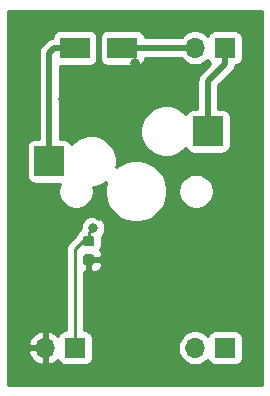
<source format=gbr>
G04 #@! TF.GenerationSoftware,KiCad,Pcbnew,5.1.5*
G04 #@! TF.CreationDate,2020-02-15T20:36:58-05:00*
G04 #@! TF.ProjectId,mx,6d782e6b-6963-4616-945f-706362585858,B*
G04 #@! TF.SameCoordinates,Original*
G04 #@! TF.FileFunction,Copper,L2,Bot*
G04 #@! TF.FilePolarity,Positive*
%FSLAX46Y46*%
G04 Gerber Fmt 4.6, Leading zero omitted, Abs format (unit mm)*
G04 Created by KiCad (PCBNEW 5.1.5) date 2020-02-15 20:36:58*
%MOMM*%
%LPD*%
G04 APERTURE LIST*
%ADD10R,2.550000X2.500000*%
%ADD11R,1.700000X1.700000*%
%ADD12O,1.700000X1.700000*%
%ADD13C,0.100000*%
%ADD14R,2.500000X1.800000*%
%ADD15C,0.800000*%
%ADD16C,0.254000*%
%ADD17C,0.250000*%
%ADD18C,0.508000*%
G04 APERTURE END LIST*
D10*
X140785001Y-113740001D03*
X127335001Y-116280001D03*
D11*
X129540000Y-132080000D03*
D12*
X127000000Y-132080000D03*
X139700000Y-106680000D03*
D11*
X142240000Y-106680000D03*
X142240000Y-132080000D03*
D12*
X139700000Y-132080000D03*
G04 #@! TA.AperFunction,SMDPad,CuDef*
D13*
G36*
X130960691Y-124176053D02*
G01*
X130981926Y-124179203D01*
X131002750Y-124184419D01*
X131022962Y-124191651D01*
X131042368Y-124200830D01*
X131060781Y-124211866D01*
X131078024Y-124224654D01*
X131093930Y-124239070D01*
X131108346Y-124254976D01*
X131121134Y-124272219D01*
X131132170Y-124290632D01*
X131141349Y-124310038D01*
X131148581Y-124330250D01*
X131153797Y-124351074D01*
X131156947Y-124372309D01*
X131158000Y-124393750D01*
X131158000Y-124831250D01*
X131156947Y-124852691D01*
X131153797Y-124873926D01*
X131148581Y-124894750D01*
X131141349Y-124914962D01*
X131132170Y-124934368D01*
X131121134Y-124952781D01*
X131108346Y-124970024D01*
X131093930Y-124985930D01*
X131078024Y-125000346D01*
X131060781Y-125013134D01*
X131042368Y-125024170D01*
X131022962Y-125033349D01*
X131002750Y-125040581D01*
X130981926Y-125045797D01*
X130960691Y-125048947D01*
X130939250Y-125050000D01*
X130426750Y-125050000D01*
X130405309Y-125048947D01*
X130384074Y-125045797D01*
X130363250Y-125040581D01*
X130343038Y-125033349D01*
X130323632Y-125024170D01*
X130305219Y-125013134D01*
X130287976Y-125000346D01*
X130272070Y-124985930D01*
X130257654Y-124970024D01*
X130244866Y-124952781D01*
X130233830Y-124934368D01*
X130224651Y-124914962D01*
X130217419Y-124894750D01*
X130212203Y-124873926D01*
X130209053Y-124852691D01*
X130208000Y-124831250D01*
X130208000Y-124393750D01*
X130209053Y-124372309D01*
X130212203Y-124351074D01*
X130217419Y-124330250D01*
X130224651Y-124310038D01*
X130233830Y-124290632D01*
X130244866Y-124272219D01*
X130257654Y-124254976D01*
X130272070Y-124239070D01*
X130287976Y-124224654D01*
X130305219Y-124211866D01*
X130323632Y-124200830D01*
X130343038Y-124191651D01*
X130363250Y-124184419D01*
X130384074Y-124179203D01*
X130405309Y-124176053D01*
X130426750Y-124175000D01*
X130939250Y-124175000D01*
X130960691Y-124176053D01*
G37*
G04 #@! TD.AperFunction*
G04 #@! TA.AperFunction,SMDPad,CuDef*
G36*
X130960691Y-122601053D02*
G01*
X130981926Y-122604203D01*
X131002750Y-122609419D01*
X131022962Y-122616651D01*
X131042368Y-122625830D01*
X131060781Y-122636866D01*
X131078024Y-122649654D01*
X131093930Y-122664070D01*
X131108346Y-122679976D01*
X131121134Y-122697219D01*
X131132170Y-122715632D01*
X131141349Y-122735038D01*
X131148581Y-122755250D01*
X131153797Y-122776074D01*
X131156947Y-122797309D01*
X131158000Y-122818750D01*
X131158000Y-123256250D01*
X131156947Y-123277691D01*
X131153797Y-123298926D01*
X131148581Y-123319750D01*
X131141349Y-123339962D01*
X131132170Y-123359368D01*
X131121134Y-123377781D01*
X131108346Y-123395024D01*
X131093930Y-123410930D01*
X131078024Y-123425346D01*
X131060781Y-123438134D01*
X131042368Y-123449170D01*
X131022962Y-123458349D01*
X131002750Y-123465581D01*
X130981926Y-123470797D01*
X130960691Y-123473947D01*
X130939250Y-123475000D01*
X130426750Y-123475000D01*
X130405309Y-123473947D01*
X130384074Y-123470797D01*
X130363250Y-123465581D01*
X130343038Y-123458349D01*
X130323632Y-123449170D01*
X130305219Y-123438134D01*
X130287976Y-123425346D01*
X130272070Y-123410930D01*
X130257654Y-123395024D01*
X130244866Y-123377781D01*
X130233830Y-123359368D01*
X130224651Y-123339962D01*
X130217419Y-123319750D01*
X130212203Y-123298926D01*
X130209053Y-123277691D01*
X130208000Y-123256250D01*
X130208000Y-122818750D01*
X130209053Y-122797309D01*
X130212203Y-122776074D01*
X130217419Y-122755250D01*
X130224651Y-122735038D01*
X130233830Y-122715632D01*
X130244866Y-122697219D01*
X130257654Y-122679976D01*
X130272070Y-122664070D01*
X130287976Y-122649654D01*
X130305219Y-122636866D01*
X130323632Y-122625830D01*
X130343038Y-122616651D01*
X130363250Y-122609419D01*
X130384074Y-122604203D01*
X130405309Y-122601053D01*
X130426750Y-122600000D01*
X130939250Y-122600000D01*
X130960691Y-122601053D01*
G37*
G04 #@! TD.AperFunction*
D14*
X133540000Y-106680000D03*
X129540000Y-106680000D03*
D15*
X128016000Y-125095000D03*
X131064000Y-129540000D03*
X128270000Y-129286000D03*
X133604000Y-128270000D03*
X135890000Y-130556000D03*
X134620000Y-132842000D03*
X139954000Y-122428000D03*
X141224000Y-127000000D03*
X143510000Y-126238000D03*
X141224000Y-129286000D03*
X143764000Y-129286000D03*
X138176000Y-128524000D03*
X128778000Y-113538000D03*
X125730000Y-113538000D03*
X125730000Y-110744000D03*
X128524000Y-110998000D03*
X134620000Y-107950000D03*
X138430000Y-107950000D03*
X137668000Y-110998000D03*
X132588000Y-110998000D03*
X138176000Y-104648000D03*
X144780000Y-104648000D03*
X144780000Y-109220000D03*
X144780000Y-114300000D03*
X144780000Y-119380000D03*
X144780000Y-134620000D03*
X139700000Y-134620000D03*
X132080000Y-134620000D03*
X124460000Y-134620000D03*
X124460000Y-127000000D03*
X124460000Y-119380000D03*
X137795000Y-116840000D03*
X133985000Y-114935000D03*
X142875000Y-122555000D03*
X138239500Y-124777500D03*
X130683000Y-125984000D03*
X142748000Y-109220000D03*
X125476000Y-104648000D03*
X134620000Y-104648000D03*
X131572000Y-120904000D03*
X134620000Y-123952000D03*
X136652000Y-127000000D03*
X131064000Y-121920000D03*
D16*
X130683000Y-124612500D02*
X130683000Y-125984000D01*
D17*
X129540000Y-130980000D02*
X129540000Y-132080000D01*
D16*
X129540000Y-123705500D02*
X129540000Y-130980000D01*
X130208000Y-123037500D02*
X129540000Y-123705500D01*
X130683000Y-123037500D02*
X130208000Y-123037500D01*
X130683000Y-123037500D02*
X130683000Y-122301000D01*
X130683000Y-122301000D02*
X131064000Y-121920000D01*
D18*
X133540000Y-106680000D02*
X139700000Y-106680000D01*
X127782000Y-106680000D02*
X129540000Y-106680000D01*
X127335001Y-107126999D02*
X127782000Y-106680000D01*
X127335001Y-116280001D02*
X127335001Y-107126999D01*
X140785001Y-111982001D02*
X140785001Y-113740001D01*
X140785001Y-109492999D02*
X140785001Y-111982001D01*
X142240000Y-108038000D02*
X140785001Y-109492999D01*
X142240000Y-106680000D02*
X142240000Y-108038000D01*
D16*
G36*
X145390001Y-135230000D02*
G01*
X123850000Y-135230000D01*
X123850000Y-132436891D01*
X125558519Y-132436891D01*
X125655843Y-132711252D01*
X125804822Y-132961355D01*
X125999731Y-133177588D01*
X126233080Y-133351641D01*
X126495901Y-133476825D01*
X126643110Y-133521476D01*
X126873000Y-133400155D01*
X126873000Y-132207000D01*
X125679186Y-132207000D01*
X125558519Y-132436891D01*
X123850000Y-132436891D01*
X123850000Y-131723109D01*
X125558519Y-131723109D01*
X125679186Y-131953000D01*
X126873000Y-131953000D01*
X126873000Y-130759845D01*
X127127000Y-130759845D01*
X127127000Y-131953000D01*
X127147000Y-131953000D01*
X127147000Y-132207000D01*
X127127000Y-132207000D01*
X127127000Y-133400155D01*
X127356890Y-133521476D01*
X127504099Y-133476825D01*
X127766920Y-133351641D01*
X128000269Y-133177588D01*
X128076034Y-133093534D01*
X128100498Y-133174180D01*
X128159463Y-133284494D01*
X128238815Y-133381185D01*
X128335506Y-133460537D01*
X128445820Y-133519502D01*
X128565518Y-133555812D01*
X128690000Y-133568072D01*
X130390000Y-133568072D01*
X130514482Y-133555812D01*
X130634180Y-133519502D01*
X130744494Y-133460537D01*
X130841185Y-133381185D01*
X130920537Y-133284494D01*
X130979502Y-133174180D01*
X131015812Y-133054482D01*
X131028072Y-132930000D01*
X131028072Y-131933740D01*
X138215000Y-131933740D01*
X138215000Y-132226260D01*
X138272068Y-132513158D01*
X138384010Y-132783411D01*
X138546525Y-133026632D01*
X138753368Y-133233475D01*
X138996589Y-133395990D01*
X139266842Y-133507932D01*
X139553740Y-133565000D01*
X139846260Y-133565000D01*
X140133158Y-133507932D01*
X140403411Y-133395990D01*
X140646632Y-133233475D01*
X140778487Y-133101620D01*
X140800498Y-133174180D01*
X140859463Y-133284494D01*
X140938815Y-133381185D01*
X141035506Y-133460537D01*
X141145820Y-133519502D01*
X141265518Y-133555812D01*
X141390000Y-133568072D01*
X143090000Y-133568072D01*
X143214482Y-133555812D01*
X143334180Y-133519502D01*
X143444494Y-133460537D01*
X143541185Y-133381185D01*
X143620537Y-133284494D01*
X143679502Y-133174180D01*
X143715812Y-133054482D01*
X143728072Y-132930000D01*
X143728072Y-131230000D01*
X143715812Y-131105518D01*
X143679502Y-130985820D01*
X143620537Y-130875506D01*
X143541185Y-130778815D01*
X143444494Y-130699463D01*
X143334180Y-130640498D01*
X143214482Y-130604188D01*
X143090000Y-130591928D01*
X141390000Y-130591928D01*
X141265518Y-130604188D01*
X141145820Y-130640498D01*
X141035506Y-130699463D01*
X140938815Y-130778815D01*
X140859463Y-130875506D01*
X140800498Y-130985820D01*
X140778487Y-131058380D01*
X140646632Y-130926525D01*
X140403411Y-130764010D01*
X140133158Y-130652068D01*
X139846260Y-130595000D01*
X139553740Y-130595000D01*
X139266842Y-130652068D01*
X138996589Y-130764010D01*
X138753368Y-130926525D01*
X138546525Y-131133368D01*
X138384010Y-131376589D01*
X138272068Y-131646842D01*
X138215000Y-131933740D01*
X131028072Y-131933740D01*
X131028072Y-131230000D01*
X131015812Y-131105518D01*
X130979502Y-130985820D01*
X130920537Y-130875506D01*
X130841185Y-130778815D01*
X130744494Y-130699463D01*
X130634180Y-130640498D01*
X130514482Y-130604188D01*
X130390000Y-130591928D01*
X130302000Y-130591928D01*
X130302000Y-125686546D01*
X130397250Y-125685000D01*
X130556000Y-125526250D01*
X130556000Y-124739500D01*
X130810000Y-124739500D01*
X130810000Y-125526250D01*
X130968750Y-125685000D01*
X131158000Y-125688072D01*
X131282482Y-125675812D01*
X131402180Y-125639502D01*
X131512494Y-125580537D01*
X131609185Y-125501185D01*
X131688537Y-125404494D01*
X131747502Y-125294180D01*
X131783812Y-125174482D01*
X131796072Y-125050000D01*
X131793000Y-124898250D01*
X131634250Y-124739500D01*
X130810000Y-124739500D01*
X130556000Y-124739500D01*
X130536000Y-124739500D01*
X130536000Y-124485500D01*
X130556000Y-124485500D01*
X130556000Y-124465500D01*
X130810000Y-124465500D01*
X130810000Y-124485500D01*
X131634250Y-124485500D01*
X131793000Y-124326750D01*
X131796072Y-124175000D01*
X131783812Y-124050518D01*
X131747502Y-123930820D01*
X131688537Y-123820506D01*
X131633900Y-123753930D01*
X131651671Y-123732275D01*
X131730850Y-123584142D01*
X131779608Y-123423408D01*
X131796072Y-123256250D01*
X131796072Y-122818750D01*
X131781088Y-122666623D01*
X131867937Y-122579774D01*
X131981205Y-122410256D01*
X132059226Y-122221898D01*
X132099000Y-122021939D01*
X132099000Y-121818061D01*
X132059226Y-121618102D01*
X131981205Y-121429744D01*
X131867937Y-121260226D01*
X131723774Y-121116063D01*
X131554256Y-121002795D01*
X131365898Y-120924774D01*
X131165939Y-120885000D01*
X130962061Y-120885000D01*
X130762102Y-120924774D01*
X130573744Y-121002795D01*
X130404226Y-121116063D01*
X130260063Y-121260226D01*
X130146795Y-121429744D01*
X130068774Y-121618102D01*
X130029000Y-121818061D01*
X130029000Y-121908077D01*
X130022627Y-121920001D01*
X129975599Y-122007985D01*
X129944122Y-122111748D01*
X129820885Y-122212885D01*
X129714329Y-122342725D01*
X129635150Y-122490858D01*
X129616922Y-122550948D01*
X129027654Y-123140216D01*
X128998578Y-123164078D01*
X128942983Y-123231822D01*
X128903355Y-123280108D01*
X128876413Y-123330514D01*
X128832598Y-123412486D01*
X128789026Y-123556123D01*
X128780326Y-123644463D01*
X128774314Y-123705500D01*
X128778000Y-123742923D01*
X128778001Y-130591928D01*
X128690000Y-130591928D01*
X128565518Y-130604188D01*
X128445820Y-130640498D01*
X128335506Y-130699463D01*
X128238815Y-130778815D01*
X128159463Y-130875506D01*
X128100498Y-130985820D01*
X128076034Y-131066466D01*
X128000269Y-130982412D01*
X127766920Y-130808359D01*
X127504099Y-130683175D01*
X127356890Y-130638524D01*
X127127000Y-130759845D01*
X126873000Y-130759845D01*
X126643110Y-130638524D01*
X126495901Y-130683175D01*
X126233080Y-130808359D01*
X125999731Y-130982412D01*
X125804822Y-131198645D01*
X125655843Y-131448748D01*
X125558519Y-131723109D01*
X123850000Y-131723109D01*
X123850000Y-115030001D01*
X125421929Y-115030001D01*
X125421929Y-117530001D01*
X125434189Y-117654483D01*
X125470499Y-117774181D01*
X125529464Y-117884495D01*
X125608816Y-117981186D01*
X125705507Y-118060538D01*
X125815821Y-118119503D01*
X125935519Y-118155813D01*
X126060001Y-118168073D01*
X128277686Y-118168073D01*
X128187069Y-118386843D01*
X128130001Y-118673741D01*
X128130001Y-118966261D01*
X128187069Y-119253159D01*
X128299011Y-119523412D01*
X128461526Y-119766633D01*
X128668369Y-119973476D01*
X128911590Y-120135991D01*
X129181843Y-120247933D01*
X129468741Y-120305001D01*
X129761261Y-120305001D01*
X130048159Y-120247933D01*
X130318412Y-120135991D01*
X130561633Y-119973476D01*
X130768476Y-119766633D01*
X130930991Y-119523412D01*
X131042933Y-119253159D01*
X131100001Y-118966261D01*
X131100001Y-118673741D01*
X131058480Y-118465001D01*
X131100205Y-118465001D01*
X131522342Y-118381032D01*
X131919986Y-118216323D01*
X132160412Y-118055676D01*
X132060001Y-118560476D01*
X132060001Y-119079526D01*
X132161262Y-119588602D01*
X132359894Y-120068142D01*
X132648263Y-120499716D01*
X133015286Y-120866739D01*
X133446860Y-121155108D01*
X133926400Y-121353740D01*
X134435476Y-121455001D01*
X134954526Y-121455001D01*
X135463602Y-121353740D01*
X135943142Y-121155108D01*
X136374716Y-120866739D01*
X136741739Y-120499716D01*
X137030108Y-120068142D01*
X137228740Y-119588602D01*
X137330001Y-119079526D01*
X137330001Y-118673741D01*
X138290001Y-118673741D01*
X138290001Y-118966261D01*
X138347069Y-119253159D01*
X138459011Y-119523412D01*
X138621526Y-119766633D01*
X138828369Y-119973476D01*
X139071590Y-120135991D01*
X139341843Y-120247933D01*
X139628741Y-120305001D01*
X139921261Y-120305001D01*
X140208159Y-120247933D01*
X140478412Y-120135991D01*
X140721633Y-119973476D01*
X140928476Y-119766633D01*
X141090991Y-119523412D01*
X141202933Y-119253159D01*
X141260001Y-118966261D01*
X141260001Y-118673741D01*
X141202933Y-118386843D01*
X141090991Y-118116590D01*
X140928476Y-117873369D01*
X140721633Y-117666526D01*
X140478412Y-117504011D01*
X140208159Y-117392069D01*
X139921261Y-117335001D01*
X139628741Y-117335001D01*
X139341843Y-117392069D01*
X139071590Y-117504011D01*
X138828369Y-117666526D01*
X138621526Y-117873369D01*
X138459011Y-118116590D01*
X138347069Y-118386843D01*
X138290001Y-118673741D01*
X137330001Y-118673741D01*
X137330001Y-118560476D01*
X137228740Y-118051400D01*
X137030108Y-117571860D01*
X136741739Y-117140286D01*
X136374716Y-116773263D01*
X135943142Y-116484894D01*
X135463602Y-116286262D01*
X134954526Y-116185001D01*
X134435476Y-116185001D01*
X133926400Y-116286262D01*
X133446860Y-116484894D01*
X133015286Y-116773263D01*
X133014544Y-116774005D01*
X133070001Y-116495205D01*
X133070001Y-116064797D01*
X132986032Y-115642660D01*
X132821323Y-115245016D01*
X132582201Y-114887145D01*
X132277857Y-114582801D01*
X131919986Y-114343679D01*
X131522342Y-114178970D01*
X131100205Y-114095001D01*
X130669797Y-114095001D01*
X130247660Y-114178970D01*
X129850016Y-114343679D01*
X129492145Y-114582801D01*
X129220362Y-114854584D01*
X129199503Y-114785821D01*
X129140538Y-114675507D01*
X129061186Y-114578816D01*
X128964495Y-114499464D01*
X128854181Y-114440499D01*
X128734483Y-114404189D01*
X128610001Y-114391929D01*
X128224001Y-114391929D01*
X128224001Y-108211572D01*
X128290000Y-108218072D01*
X130790000Y-108218072D01*
X130914482Y-108205812D01*
X131034180Y-108169502D01*
X131144494Y-108110537D01*
X131241185Y-108031185D01*
X131320537Y-107934494D01*
X131379502Y-107824180D01*
X131415812Y-107704482D01*
X131428072Y-107580000D01*
X131428072Y-105780000D01*
X131651928Y-105780000D01*
X131651928Y-107580000D01*
X131664188Y-107704482D01*
X131700498Y-107824180D01*
X131759463Y-107934494D01*
X131838815Y-108031185D01*
X131935506Y-108110537D01*
X132045820Y-108169502D01*
X132165518Y-108205812D01*
X132290000Y-108218072D01*
X134790000Y-108218072D01*
X134914482Y-108205812D01*
X135034180Y-108169502D01*
X135144494Y-108110537D01*
X135241185Y-108031185D01*
X135320537Y-107934494D01*
X135379502Y-107824180D01*
X135415812Y-107704482D01*
X135428072Y-107580000D01*
X135428072Y-107569000D01*
X138508017Y-107569000D01*
X138546525Y-107626632D01*
X138753368Y-107833475D01*
X138996589Y-107995990D01*
X139266842Y-108107932D01*
X139553740Y-108165000D01*
X139846260Y-108165000D01*
X140133158Y-108107932D01*
X140403411Y-107995990D01*
X140646632Y-107833475D01*
X140778487Y-107701620D01*
X140800498Y-107774180D01*
X140859463Y-107884494D01*
X140938815Y-107981185D01*
X140994160Y-108026605D01*
X140187265Y-108833500D01*
X140153342Y-108861340D01*
X140042248Y-108996709D01*
X139959698Y-109151149D01*
X139908865Y-109318726D01*
X139896001Y-109449333D01*
X139896001Y-109449339D01*
X139891701Y-109492999D01*
X139896001Y-109536659D01*
X139896002Y-111851929D01*
X139510001Y-111851929D01*
X139385519Y-111864189D01*
X139265821Y-111900499D01*
X139155507Y-111959464D01*
X139058816Y-112038816D01*
X138979464Y-112135507D01*
X138920499Y-112245821D01*
X138899640Y-112314584D01*
X138627857Y-112042801D01*
X138269986Y-111803679D01*
X137872342Y-111638970D01*
X137450205Y-111555001D01*
X137019797Y-111555001D01*
X136597660Y-111638970D01*
X136200016Y-111803679D01*
X135842145Y-112042801D01*
X135537801Y-112347145D01*
X135298679Y-112705016D01*
X135133970Y-113102660D01*
X135050001Y-113524797D01*
X135050001Y-113955205D01*
X135133970Y-114377342D01*
X135298679Y-114774986D01*
X135537801Y-115132857D01*
X135842145Y-115437201D01*
X136200016Y-115676323D01*
X136597660Y-115841032D01*
X137019797Y-115925001D01*
X137450205Y-115925001D01*
X137872342Y-115841032D01*
X138269986Y-115676323D01*
X138627857Y-115437201D01*
X138899640Y-115165418D01*
X138920499Y-115234181D01*
X138979464Y-115344495D01*
X139058816Y-115441186D01*
X139155507Y-115520538D01*
X139265821Y-115579503D01*
X139385519Y-115615813D01*
X139510001Y-115628073D01*
X142060001Y-115628073D01*
X142184483Y-115615813D01*
X142304181Y-115579503D01*
X142414495Y-115520538D01*
X142511186Y-115441186D01*
X142590538Y-115344495D01*
X142649503Y-115234181D01*
X142685813Y-115114483D01*
X142698073Y-114990001D01*
X142698073Y-112490001D01*
X142685813Y-112365519D01*
X142649503Y-112245821D01*
X142590538Y-112135507D01*
X142511186Y-112038816D01*
X142414495Y-111959464D01*
X142304181Y-111900499D01*
X142184483Y-111864189D01*
X142060001Y-111851929D01*
X141674001Y-111851929D01*
X141674001Y-109861234D01*
X142837736Y-108697499D01*
X142871659Y-108669659D01*
X142982753Y-108534291D01*
X143065303Y-108379851D01*
X143085296Y-108313942D01*
X143116136Y-108212276D01*
X143120788Y-108165040D01*
X143214482Y-108155812D01*
X143334180Y-108119502D01*
X143444494Y-108060537D01*
X143541185Y-107981185D01*
X143620537Y-107884494D01*
X143679502Y-107774180D01*
X143715812Y-107654482D01*
X143728072Y-107530000D01*
X143728072Y-105830000D01*
X143715812Y-105705518D01*
X143679502Y-105585820D01*
X143620537Y-105475506D01*
X143541185Y-105378815D01*
X143444494Y-105299463D01*
X143334180Y-105240498D01*
X143214482Y-105204188D01*
X143090000Y-105191928D01*
X141390000Y-105191928D01*
X141265518Y-105204188D01*
X141145820Y-105240498D01*
X141035506Y-105299463D01*
X140938815Y-105378815D01*
X140859463Y-105475506D01*
X140800498Y-105585820D01*
X140778487Y-105658380D01*
X140646632Y-105526525D01*
X140403411Y-105364010D01*
X140133158Y-105252068D01*
X139846260Y-105195000D01*
X139553740Y-105195000D01*
X139266842Y-105252068D01*
X138996589Y-105364010D01*
X138753368Y-105526525D01*
X138546525Y-105733368D01*
X138508017Y-105791000D01*
X135428072Y-105791000D01*
X135428072Y-105780000D01*
X135415812Y-105655518D01*
X135379502Y-105535820D01*
X135320537Y-105425506D01*
X135241185Y-105328815D01*
X135144494Y-105249463D01*
X135034180Y-105190498D01*
X134914482Y-105154188D01*
X134790000Y-105141928D01*
X132290000Y-105141928D01*
X132165518Y-105154188D01*
X132045820Y-105190498D01*
X131935506Y-105249463D01*
X131838815Y-105328815D01*
X131759463Y-105425506D01*
X131700498Y-105535820D01*
X131664188Y-105655518D01*
X131651928Y-105780000D01*
X131428072Y-105780000D01*
X131415812Y-105655518D01*
X131379502Y-105535820D01*
X131320537Y-105425506D01*
X131241185Y-105328815D01*
X131144494Y-105249463D01*
X131034180Y-105190498D01*
X130914482Y-105154188D01*
X130790000Y-105141928D01*
X128290000Y-105141928D01*
X128165518Y-105154188D01*
X128045820Y-105190498D01*
X127935506Y-105249463D01*
X127838815Y-105328815D01*
X127759463Y-105425506D01*
X127700498Y-105535820D01*
X127664188Y-105655518D01*
X127651928Y-105780000D01*
X127651928Y-105799510D01*
X127626073Y-105802057D01*
X127607725Y-105803864D01*
X127534758Y-105825998D01*
X127440149Y-105854697D01*
X127285709Y-105937247D01*
X127150341Y-106048341D01*
X127122501Y-106082264D01*
X126737260Y-106467505D01*
X126703343Y-106495340D01*
X126675508Y-106529257D01*
X126675506Y-106529259D01*
X126592249Y-106630708D01*
X126509699Y-106785147D01*
X126458865Y-106952725D01*
X126441701Y-107126999D01*
X126446002Y-107170669D01*
X126446001Y-114391929D01*
X126060001Y-114391929D01*
X125935519Y-114404189D01*
X125815821Y-114440499D01*
X125705507Y-114499464D01*
X125608816Y-114578816D01*
X125529464Y-114675507D01*
X125470499Y-114785821D01*
X125434189Y-114905519D01*
X125421929Y-115030001D01*
X123850000Y-115030001D01*
X123850000Y-103530000D01*
X145390000Y-103530000D01*
X145390001Y-135230000D01*
G37*
X145390001Y-135230000D02*
X123850000Y-135230000D01*
X123850000Y-132436891D01*
X125558519Y-132436891D01*
X125655843Y-132711252D01*
X125804822Y-132961355D01*
X125999731Y-133177588D01*
X126233080Y-133351641D01*
X126495901Y-133476825D01*
X126643110Y-133521476D01*
X126873000Y-133400155D01*
X126873000Y-132207000D01*
X125679186Y-132207000D01*
X125558519Y-132436891D01*
X123850000Y-132436891D01*
X123850000Y-131723109D01*
X125558519Y-131723109D01*
X125679186Y-131953000D01*
X126873000Y-131953000D01*
X126873000Y-130759845D01*
X127127000Y-130759845D01*
X127127000Y-131953000D01*
X127147000Y-131953000D01*
X127147000Y-132207000D01*
X127127000Y-132207000D01*
X127127000Y-133400155D01*
X127356890Y-133521476D01*
X127504099Y-133476825D01*
X127766920Y-133351641D01*
X128000269Y-133177588D01*
X128076034Y-133093534D01*
X128100498Y-133174180D01*
X128159463Y-133284494D01*
X128238815Y-133381185D01*
X128335506Y-133460537D01*
X128445820Y-133519502D01*
X128565518Y-133555812D01*
X128690000Y-133568072D01*
X130390000Y-133568072D01*
X130514482Y-133555812D01*
X130634180Y-133519502D01*
X130744494Y-133460537D01*
X130841185Y-133381185D01*
X130920537Y-133284494D01*
X130979502Y-133174180D01*
X131015812Y-133054482D01*
X131028072Y-132930000D01*
X131028072Y-131933740D01*
X138215000Y-131933740D01*
X138215000Y-132226260D01*
X138272068Y-132513158D01*
X138384010Y-132783411D01*
X138546525Y-133026632D01*
X138753368Y-133233475D01*
X138996589Y-133395990D01*
X139266842Y-133507932D01*
X139553740Y-133565000D01*
X139846260Y-133565000D01*
X140133158Y-133507932D01*
X140403411Y-133395990D01*
X140646632Y-133233475D01*
X140778487Y-133101620D01*
X140800498Y-133174180D01*
X140859463Y-133284494D01*
X140938815Y-133381185D01*
X141035506Y-133460537D01*
X141145820Y-133519502D01*
X141265518Y-133555812D01*
X141390000Y-133568072D01*
X143090000Y-133568072D01*
X143214482Y-133555812D01*
X143334180Y-133519502D01*
X143444494Y-133460537D01*
X143541185Y-133381185D01*
X143620537Y-133284494D01*
X143679502Y-133174180D01*
X143715812Y-133054482D01*
X143728072Y-132930000D01*
X143728072Y-131230000D01*
X143715812Y-131105518D01*
X143679502Y-130985820D01*
X143620537Y-130875506D01*
X143541185Y-130778815D01*
X143444494Y-130699463D01*
X143334180Y-130640498D01*
X143214482Y-130604188D01*
X143090000Y-130591928D01*
X141390000Y-130591928D01*
X141265518Y-130604188D01*
X141145820Y-130640498D01*
X141035506Y-130699463D01*
X140938815Y-130778815D01*
X140859463Y-130875506D01*
X140800498Y-130985820D01*
X140778487Y-131058380D01*
X140646632Y-130926525D01*
X140403411Y-130764010D01*
X140133158Y-130652068D01*
X139846260Y-130595000D01*
X139553740Y-130595000D01*
X139266842Y-130652068D01*
X138996589Y-130764010D01*
X138753368Y-130926525D01*
X138546525Y-131133368D01*
X138384010Y-131376589D01*
X138272068Y-131646842D01*
X138215000Y-131933740D01*
X131028072Y-131933740D01*
X131028072Y-131230000D01*
X131015812Y-131105518D01*
X130979502Y-130985820D01*
X130920537Y-130875506D01*
X130841185Y-130778815D01*
X130744494Y-130699463D01*
X130634180Y-130640498D01*
X130514482Y-130604188D01*
X130390000Y-130591928D01*
X130302000Y-130591928D01*
X130302000Y-125686546D01*
X130397250Y-125685000D01*
X130556000Y-125526250D01*
X130556000Y-124739500D01*
X130810000Y-124739500D01*
X130810000Y-125526250D01*
X130968750Y-125685000D01*
X131158000Y-125688072D01*
X131282482Y-125675812D01*
X131402180Y-125639502D01*
X131512494Y-125580537D01*
X131609185Y-125501185D01*
X131688537Y-125404494D01*
X131747502Y-125294180D01*
X131783812Y-125174482D01*
X131796072Y-125050000D01*
X131793000Y-124898250D01*
X131634250Y-124739500D01*
X130810000Y-124739500D01*
X130556000Y-124739500D01*
X130536000Y-124739500D01*
X130536000Y-124485500D01*
X130556000Y-124485500D01*
X130556000Y-124465500D01*
X130810000Y-124465500D01*
X130810000Y-124485500D01*
X131634250Y-124485500D01*
X131793000Y-124326750D01*
X131796072Y-124175000D01*
X131783812Y-124050518D01*
X131747502Y-123930820D01*
X131688537Y-123820506D01*
X131633900Y-123753930D01*
X131651671Y-123732275D01*
X131730850Y-123584142D01*
X131779608Y-123423408D01*
X131796072Y-123256250D01*
X131796072Y-122818750D01*
X131781088Y-122666623D01*
X131867937Y-122579774D01*
X131981205Y-122410256D01*
X132059226Y-122221898D01*
X132099000Y-122021939D01*
X132099000Y-121818061D01*
X132059226Y-121618102D01*
X131981205Y-121429744D01*
X131867937Y-121260226D01*
X131723774Y-121116063D01*
X131554256Y-121002795D01*
X131365898Y-120924774D01*
X131165939Y-120885000D01*
X130962061Y-120885000D01*
X130762102Y-120924774D01*
X130573744Y-121002795D01*
X130404226Y-121116063D01*
X130260063Y-121260226D01*
X130146795Y-121429744D01*
X130068774Y-121618102D01*
X130029000Y-121818061D01*
X130029000Y-121908077D01*
X130022627Y-121920001D01*
X129975599Y-122007985D01*
X129944122Y-122111748D01*
X129820885Y-122212885D01*
X129714329Y-122342725D01*
X129635150Y-122490858D01*
X129616922Y-122550948D01*
X129027654Y-123140216D01*
X128998578Y-123164078D01*
X128942983Y-123231822D01*
X128903355Y-123280108D01*
X128876413Y-123330514D01*
X128832598Y-123412486D01*
X128789026Y-123556123D01*
X128780326Y-123644463D01*
X128774314Y-123705500D01*
X128778000Y-123742923D01*
X128778001Y-130591928D01*
X128690000Y-130591928D01*
X128565518Y-130604188D01*
X128445820Y-130640498D01*
X128335506Y-130699463D01*
X128238815Y-130778815D01*
X128159463Y-130875506D01*
X128100498Y-130985820D01*
X128076034Y-131066466D01*
X128000269Y-130982412D01*
X127766920Y-130808359D01*
X127504099Y-130683175D01*
X127356890Y-130638524D01*
X127127000Y-130759845D01*
X126873000Y-130759845D01*
X126643110Y-130638524D01*
X126495901Y-130683175D01*
X126233080Y-130808359D01*
X125999731Y-130982412D01*
X125804822Y-131198645D01*
X125655843Y-131448748D01*
X125558519Y-131723109D01*
X123850000Y-131723109D01*
X123850000Y-115030001D01*
X125421929Y-115030001D01*
X125421929Y-117530001D01*
X125434189Y-117654483D01*
X125470499Y-117774181D01*
X125529464Y-117884495D01*
X125608816Y-117981186D01*
X125705507Y-118060538D01*
X125815821Y-118119503D01*
X125935519Y-118155813D01*
X126060001Y-118168073D01*
X128277686Y-118168073D01*
X128187069Y-118386843D01*
X128130001Y-118673741D01*
X128130001Y-118966261D01*
X128187069Y-119253159D01*
X128299011Y-119523412D01*
X128461526Y-119766633D01*
X128668369Y-119973476D01*
X128911590Y-120135991D01*
X129181843Y-120247933D01*
X129468741Y-120305001D01*
X129761261Y-120305001D01*
X130048159Y-120247933D01*
X130318412Y-120135991D01*
X130561633Y-119973476D01*
X130768476Y-119766633D01*
X130930991Y-119523412D01*
X131042933Y-119253159D01*
X131100001Y-118966261D01*
X131100001Y-118673741D01*
X131058480Y-118465001D01*
X131100205Y-118465001D01*
X131522342Y-118381032D01*
X131919986Y-118216323D01*
X132160412Y-118055676D01*
X132060001Y-118560476D01*
X132060001Y-119079526D01*
X132161262Y-119588602D01*
X132359894Y-120068142D01*
X132648263Y-120499716D01*
X133015286Y-120866739D01*
X133446860Y-121155108D01*
X133926400Y-121353740D01*
X134435476Y-121455001D01*
X134954526Y-121455001D01*
X135463602Y-121353740D01*
X135943142Y-121155108D01*
X136374716Y-120866739D01*
X136741739Y-120499716D01*
X137030108Y-120068142D01*
X137228740Y-119588602D01*
X137330001Y-119079526D01*
X137330001Y-118673741D01*
X138290001Y-118673741D01*
X138290001Y-118966261D01*
X138347069Y-119253159D01*
X138459011Y-119523412D01*
X138621526Y-119766633D01*
X138828369Y-119973476D01*
X139071590Y-120135991D01*
X139341843Y-120247933D01*
X139628741Y-120305001D01*
X139921261Y-120305001D01*
X140208159Y-120247933D01*
X140478412Y-120135991D01*
X140721633Y-119973476D01*
X140928476Y-119766633D01*
X141090991Y-119523412D01*
X141202933Y-119253159D01*
X141260001Y-118966261D01*
X141260001Y-118673741D01*
X141202933Y-118386843D01*
X141090991Y-118116590D01*
X140928476Y-117873369D01*
X140721633Y-117666526D01*
X140478412Y-117504011D01*
X140208159Y-117392069D01*
X139921261Y-117335001D01*
X139628741Y-117335001D01*
X139341843Y-117392069D01*
X139071590Y-117504011D01*
X138828369Y-117666526D01*
X138621526Y-117873369D01*
X138459011Y-118116590D01*
X138347069Y-118386843D01*
X138290001Y-118673741D01*
X137330001Y-118673741D01*
X137330001Y-118560476D01*
X137228740Y-118051400D01*
X137030108Y-117571860D01*
X136741739Y-117140286D01*
X136374716Y-116773263D01*
X135943142Y-116484894D01*
X135463602Y-116286262D01*
X134954526Y-116185001D01*
X134435476Y-116185001D01*
X133926400Y-116286262D01*
X133446860Y-116484894D01*
X133015286Y-116773263D01*
X133014544Y-116774005D01*
X133070001Y-116495205D01*
X133070001Y-116064797D01*
X132986032Y-115642660D01*
X132821323Y-115245016D01*
X132582201Y-114887145D01*
X132277857Y-114582801D01*
X131919986Y-114343679D01*
X131522342Y-114178970D01*
X131100205Y-114095001D01*
X130669797Y-114095001D01*
X130247660Y-114178970D01*
X129850016Y-114343679D01*
X129492145Y-114582801D01*
X129220362Y-114854584D01*
X129199503Y-114785821D01*
X129140538Y-114675507D01*
X129061186Y-114578816D01*
X128964495Y-114499464D01*
X128854181Y-114440499D01*
X128734483Y-114404189D01*
X128610001Y-114391929D01*
X128224001Y-114391929D01*
X128224001Y-108211572D01*
X128290000Y-108218072D01*
X130790000Y-108218072D01*
X130914482Y-108205812D01*
X131034180Y-108169502D01*
X131144494Y-108110537D01*
X131241185Y-108031185D01*
X131320537Y-107934494D01*
X131379502Y-107824180D01*
X131415812Y-107704482D01*
X131428072Y-107580000D01*
X131428072Y-105780000D01*
X131651928Y-105780000D01*
X131651928Y-107580000D01*
X131664188Y-107704482D01*
X131700498Y-107824180D01*
X131759463Y-107934494D01*
X131838815Y-108031185D01*
X131935506Y-108110537D01*
X132045820Y-108169502D01*
X132165518Y-108205812D01*
X132290000Y-108218072D01*
X134790000Y-108218072D01*
X134914482Y-108205812D01*
X135034180Y-108169502D01*
X135144494Y-108110537D01*
X135241185Y-108031185D01*
X135320537Y-107934494D01*
X135379502Y-107824180D01*
X135415812Y-107704482D01*
X135428072Y-107580000D01*
X135428072Y-107569000D01*
X138508017Y-107569000D01*
X138546525Y-107626632D01*
X138753368Y-107833475D01*
X138996589Y-107995990D01*
X139266842Y-108107932D01*
X139553740Y-108165000D01*
X139846260Y-108165000D01*
X140133158Y-108107932D01*
X140403411Y-107995990D01*
X140646632Y-107833475D01*
X140778487Y-107701620D01*
X140800498Y-107774180D01*
X140859463Y-107884494D01*
X140938815Y-107981185D01*
X140994160Y-108026605D01*
X140187265Y-108833500D01*
X140153342Y-108861340D01*
X140042248Y-108996709D01*
X139959698Y-109151149D01*
X139908865Y-109318726D01*
X139896001Y-109449333D01*
X139896001Y-109449339D01*
X139891701Y-109492999D01*
X139896001Y-109536659D01*
X139896002Y-111851929D01*
X139510001Y-111851929D01*
X139385519Y-111864189D01*
X139265821Y-111900499D01*
X139155507Y-111959464D01*
X139058816Y-112038816D01*
X138979464Y-112135507D01*
X138920499Y-112245821D01*
X138899640Y-112314584D01*
X138627857Y-112042801D01*
X138269986Y-111803679D01*
X137872342Y-111638970D01*
X137450205Y-111555001D01*
X137019797Y-111555001D01*
X136597660Y-111638970D01*
X136200016Y-111803679D01*
X135842145Y-112042801D01*
X135537801Y-112347145D01*
X135298679Y-112705016D01*
X135133970Y-113102660D01*
X135050001Y-113524797D01*
X135050001Y-113955205D01*
X135133970Y-114377342D01*
X135298679Y-114774986D01*
X135537801Y-115132857D01*
X135842145Y-115437201D01*
X136200016Y-115676323D01*
X136597660Y-115841032D01*
X137019797Y-115925001D01*
X137450205Y-115925001D01*
X137872342Y-115841032D01*
X138269986Y-115676323D01*
X138627857Y-115437201D01*
X138899640Y-115165418D01*
X138920499Y-115234181D01*
X138979464Y-115344495D01*
X139058816Y-115441186D01*
X139155507Y-115520538D01*
X139265821Y-115579503D01*
X139385519Y-115615813D01*
X139510001Y-115628073D01*
X142060001Y-115628073D01*
X142184483Y-115615813D01*
X142304181Y-115579503D01*
X142414495Y-115520538D01*
X142511186Y-115441186D01*
X142590538Y-115344495D01*
X142649503Y-115234181D01*
X142685813Y-115114483D01*
X142698073Y-114990001D01*
X142698073Y-112490001D01*
X142685813Y-112365519D01*
X142649503Y-112245821D01*
X142590538Y-112135507D01*
X142511186Y-112038816D01*
X142414495Y-111959464D01*
X142304181Y-111900499D01*
X142184483Y-111864189D01*
X142060001Y-111851929D01*
X141674001Y-111851929D01*
X141674001Y-109861234D01*
X142837736Y-108697499D01*
X142871659Y-108669659D01*
X142982753Y-108534291D01*
X143065303Y-108379851D01*
X143085296Y-108313942D01*
X143116136Y-108212276D01*
X143120788Y-108165040D01*
X143214482Y-108155812D01*
X143334180Y-108119502D01*
X143444494Y-108060537D01*
X143541185Y-107981185D01*
X143620537Y-107884494D01*
X143679502Y-107774180D01*
X143715812Y-107654482D01*
X143728072Y-107530000D01*
X143728072Y-105830000D01*
X143715812Y-105705518D01*
X143679502Y-105585820D01*
X143620537Y-105475506D01*
X143541185Y-105378815D01*
X143444494Y-105299463D01*
X143334180Y-105240498D01*
X143214482Y-105204188D01*
X143090000Y-105191928D01*
X141390000Y-105191928D01*
X141265518Y-105204188D01*
X141145820Y-105240498D01*
X141035506Y-105299463D01*
X140938815Y-105378815D01*
X140859463Y-105475506D01*
X140800498Y-105585820D01*
X140778487Y-105658380D01*
X140646632Y-105526525D01*
X140403411Y-105364010D01*
X140133158Y-105252068D01*
X139846260Y-105195000D01*
X139553740Y-105195000D01*
X139266842Y-105252068D01*
X138996589Y-105364010D01*
X138753368Y-105526525D01*
X138546525Y-105733368D01*
X138508017Y-105791000D01*
X135428072Y-105791000D01*
X135428072Y-105780000D01*
X135415812Y-105655518D01*
X135379502Y-105535820D01*
X135320537Y-105425506D01*
X135241185Y-105328815D01*
X135144494Y-105249463D01*
X135034180Y-105190498D01*
X134914482Y-105154188D01*
X134790000Y-105141928D01*
X132290000Y-105141928D01*
X132165518Y-105154188D01*
X132045820Y-105190498D01*
X131935506Y-105249463D01*
X131838815Y-105328815D01*
X131759463Y-105425506D01*
X131700498Y-105535820D01*
X131664188Y-105655518D01*
X131651928Y-105780000D01*
X131428072Y-105780000D01*
X131415812Y-105655518D01*
X131379502Y-105535820D01*
X131320537Y-105425506D01*
X131241185Y-105328815D01*
X131144494Y-105249463D01*
X131034180Y-105190498D01*
X130914482Y-105154188D01*
X130790000Y-105141928D01*
X128290000Y-105141928D01*
X128165518Y-105154188D01*
X128045820Y-105190498D01*
X127935506Y-105249463D01*
X127838815Y-105328815D01*
X127759463Y-105425506D01*
X127700498Y-105535820D01*
X127664188Y-105655518D01*
X127651928Y-105780000D01*
X127651928Y-105799510D01*
X127626073Y-105802057D01*
X127607725Y-105803864D01*
X127534758Y-105825998D01*
X127440149Y-105854697D01*
X127285709Y-105937247D01*
X127150341Y-106048341D01*
X127122501Y-106082264D01*
X126737260Y-106467505D01*
X126703343Y-106495340D01*
X126675508Y-106529257D01*
X126675506Y-106529259D01*
X126592249Y-106630708D01*
X126509699Y-106785147D01*
X126458865Y-106952725D01*
X126441701Y-107126999D01*
X126446002Y-107170669D01*
X126446001Y-114391929D01*
X126060001Y-114391929D01*
X125935519Y-114404189D01*
X125815821Y-114440499D01*
X125705507Y-114499464D01*
X125608816Y-114578816D01*
X125529464Y-114675507D01*
X125470499Y-114785821D01*
X125434189Y-114905519D01*
X125421929Y-115030001D01*
X123850000Y-115030001D01*
X123850000Y-103530000D01*
X145390000Y-103530000D01*
X145390001Y-135230000D01*
M02*

</source>
